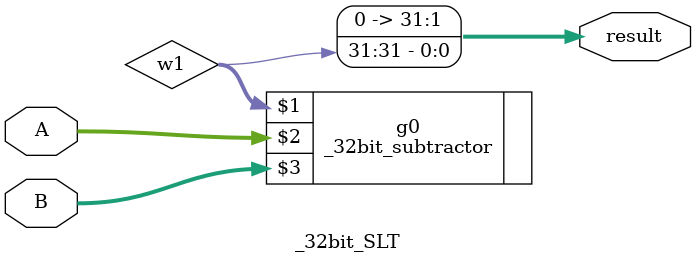
<source format=v>
module _32bit_SLT (result, A, B);
input [31:0] A, B;
output [31:0] result;
reg [31:0] temp;
wire [31:0] w1;

not (result[1], 1'b1);
not (result[2], 1'b1);
not (result[3], 1'b1);
not (result[4], 1'b1);
not (result[5], 1'b1);
not (result[6], 1'b1);
not (result[7], 1'b1);
not (result[8], 1'b1);
not (result[9], 1'b1);
not (result[10], 1'b1);
not (result[11], 1'b1);
not (result[12], 1'b1);
not (result[13], 1'b1);
not (result[14], 1'b1);
not (result[15], 1'b1);
not (result[16], 1'b1);
not (result[17], 1'b1);
not (result[18], 1'b1);
not (result[19], 1'b1);
not (result[20], 1'b1);
not (result[21], 1'b1);
not (result[22], 1'b1);
not (result[23], 1'b1);
not (result[24], 1'b1);
not (result[25], 1'b1);
not (result[26], 1'b1);
not (result[27], 1'b1);
not (result[28], 1'b1);
not (result[29], 1'b1);
not (result[30], 1'b1);
not (result[31], 1'b1);

_32bit_subtractor g0 (w1, A, B);
or (result[0], w1[31], 1'b0);

endmodule
</source>
